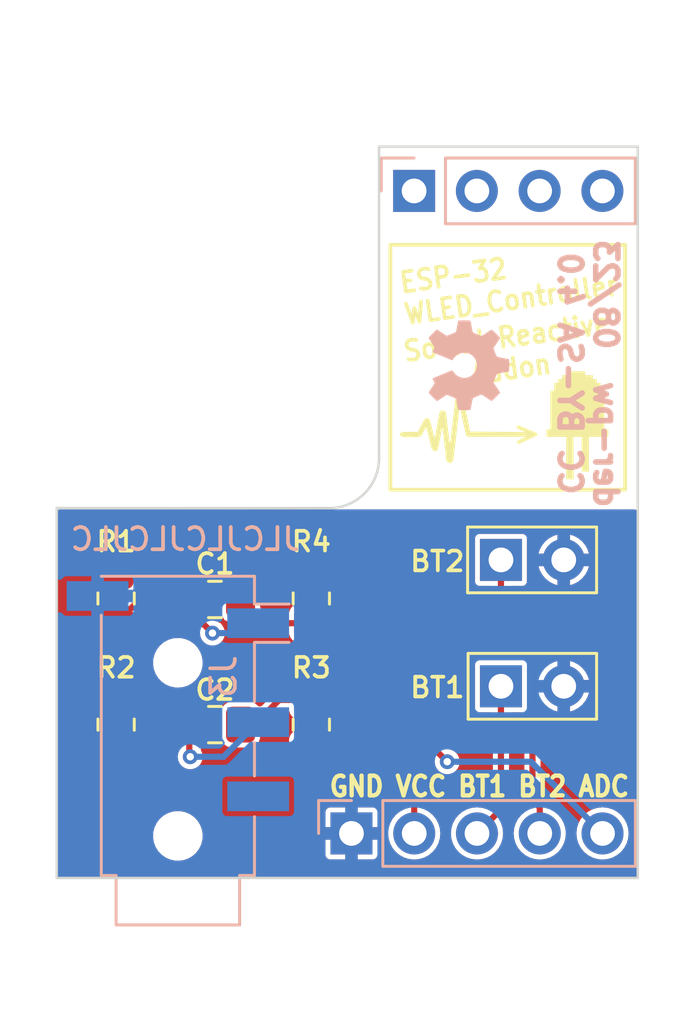
<source format=kicad_pcb>
(kicad_pcb (version 20221018) (generator pcbnew)
  (title_block (comment 4 "AISLER Project ID: BIXDAPTO"))
  (layers (0 "F.Cu" signal) (31 "B.Cu" signal) (34 "B.Paste" user) (35 "F.Paste" user) (36 "B.SilkS" user "B.Silkscreen") (37 "F.SilkS" user "F.Silkscreen") (38 "B.Mask" user) (39 "F.Mask" user) (44 "Edge.Cuts" user))
  (net 0 "")
  (net 1 "CH1")
  (net 2 "ADC")
  (net 3 "CH2")
  (net 4 "+3V3")
  (net 5 "GND")
  (net 6 "BTN1")
  (net 7 "BTN2")
  (footprint "Capacitor_SMD:C_0805_2012Metric_Pad1.18x1.45mm_HandSolder" (layer "F.Cu") (at 137.5 103.14)
    (fp_text reference "C1" (at 0 -1.44) (layer "F.SilkS") (effects (font (size 0.8 0.8))))
    (fp_text value "100nF")
    (fp_line (start -0.261252 -0.735) (end 0.261252 -0.735) (stroke (width 0.12)) (layer "F.SilkS"))
    (fp_line (start -0.261252 0.735) (end 0.261252 0.735) (stroke (width 0.12)) (layer "F.SilkS"))
    (pad "1" smd roundrect (at -1.0375 0) (size 1.175 1.45) (layers "F.Cu" "F.Paste" "F.Mask") (roundrect_rratio 0.2127659574) (net 1 "CH1"))
    (pad "2" smd roundrect (at 1.0375 0) (size 1.175 1.45) (layers "F.Cu" "F.Paste" "F.Mask") (roundrect_rratio 0.2127659574) (net 2 "ADC"))
  )
  (footprint "LOGO" (layer "F.Cu") (at 147.597693 96.361636)
    (fp_text reference "G***" hide)
    (fp_text value "LOGO" hide)
    (fp_poly (pts (xy -0.130571 -1.566746) (xy -0.11068 -1.549743) (xy -0.096518 -1.522458) (xy -0.078124 -1.466243) (xy -0.055005 -1.379082) (xy -0.026672 -1.258962) (xy 0.007367 -1.103866) (xy 0.047603 -0.91178) (xy 0.062255 -0.840274) (xy 0.095406 -0.677852) (xy 0.126681 -0.52485) (xy 0.154995 -0.386555) (xy 0.179263 -0.268258) (xy 0.198401 -0.175245) (xy 0.211325 -0.112807) (xy 0.215997 -0.090571) (xy 0.23325 -0.010064) (xy 1.540595 0) (xy 1.766769 0.001983) (xy 1.981308 0.004332) (xy 2.180782 0.00698) (xy 2.361762 0.009859) (xy 2.520817 0.012901) (xy 2.654519 0.016039) (xy 2.759438 0.019204) (xy 2.832143 0.022328) (xy 2.869206 0.025345) (xy 2.873098 0.026346) (xy 2.892741 0.059343) (xy 2.897162 0.110019) (xy 2.886232 0.158738) (xy 2.874104 0.177116) (xy 2.859242 0.182129) (xy 2.823951 0.186465) (xy 2.766088 0.190163) (xy 2.683508 0.193258) (xy 2.574066 0.195788) (xy 2.435617 0.19779) (xy 2.266017 0.199301) (xy 2.06312 0.200358) (xy 1.824783 0.200998) (xy 1.548861 0.201258) (xy 1.475757 0.201268) (xy 0.101562 0.201268) (xy 0.073591 0.155982) (xy 0.062166 0.124571) (xy 0.044383 0.0594) (xy 0.021601 -0.033783) (xy -0.004822 -0.149228) (xy -0.033525 -0.281189) (xy -0.060852 -0.412599) (xy -0.089444 -0.552201) (xy -0.115651 -0.678397) (xy -0.138356 -0.785947) (xy -0.156441 -0.869613) (xy -0.168788 -0.924154) (xy -0.174233 -0.944282) (xy -0.181732 -0.94883) (xy -0.189203 -0.941825) (xy -0.197103 -0.920207) (xy -0.205892 -0.880918) (xy -0.216025 -0.820899) (xy -0.227962 -0.73709) (xy -0.242159 -0.626434) (xy -0.259076 -0.48587) (xy -0.279168 -0.31234) (xy -0.302896 -0.102785) (xy -0.311043 -0.03019) (xy -0.338892 0.217913) (xy -0.362758 0.429135) (xy -0.383072 0.606604) (xy -0.400264 0.75345) (xy -0.414765 0.8728) (xy -0.427005 0.967785) (xy -0.437415 1.041534) (xy -0.446426 1.097175) (xy -0.454468 1.137837) (xy -0.461971 1.16665) (xy -0.469367 1.186743) (xy -0.477085 1.201244) (xy -0.481364 1.207607) (xy -0.535232 1.252918) (xy -0.600893 1.265029) (xy -0.666123 1.243041) (xy -0.690895 1.222979) (xy -0.716812 1.189838) (xy -0.733963 1.145889) (xy -0.745566 1.08023) (xy -0.752114 1.015429) (xy -0.760629 0.925771) (xy -0.772515 0.813242) (xy -0.785928 0.694887) (xy -0.794465 0.62393) (xy -0.808355 0.511045) (xy -0.824933 0.375351) (xy -0.842108 0.23401) (xy -0.857619 0.105589) (xy -0.870345 0.004421) (xy -0.88203 -0.080038) (xy -0.891647 -0.140966) (xy -0.898167 -0.171543) (xy -0.899717 -0.173712) (xy -0.905274 -0.152553) (xy -0.916627 -0.097504) (xy -0.932674 -0.014334) (xy -0.952313 0.091189) (xy -0.974442 0.213297) (xy -0.985165 0.273513) (xy -1.011591 0.420283) (xy -1.033016 0.532402) (xy -1.050751 0.614973) (xy -1.066107 0.6731) (xy -1.080396 0.711886) (xy -1.094929 0.736435) (xy -1.107358 0.749049) (xy -1.172233 0.781711) (xy -1.234794 0.777143) (xy -1.290585 0.738308) (xy -1.335146 0.668174) (xy -1.362209 0.579505) (xy -1.379645 0.494926) (xy -1.401871 0.39435) (xy -1.427195 0.28464) (xy -1.453927 0.17266) (xy -1.480374 0.065273) (xy -1.504844 -0.030658) (xy -1.525647 -0.10827) (xy -1.54109 -0.160701) (xy -1.549482 -0.181086) (xy -1.549698 -0.181141) (xy -1.563283 -0.164295) (xy -1.58942 -0.119205) (xy -1.623511 -0.054045) (xy -1.640793 -0.019183) (xy -1.680369 0.061532) (xy -1.713457 0.120807) (xy -1.747024 0.16209) (xy -1.788034 0.188829) (xy -1.84345 0.204472) (xy -1.920238 0.212467) (xy -2.025362 0.216262) (xy -2.120444 0.218286) (xy -2.271197 0.220283) (xy -2.386743 0.218433) (xy -2.472015 0.21189) (xy -2.531948 0.199807) (xy -2.571475 0.18134) (xy -2.595531 0.155641) (xy -2.60502 0.135196) (xy -2.612548 0.08557) (xy -2.58929 0.043607) (xy -2.586843 0.040863) (xy -2.570344 0.025611) (xy -2.548529 0.014697) (xy -2.514969 0.007403) (xy -2.463238 0.00301) (xy -2.386908 0.000799) (xy -2.279554 0.000051) (xy -2.221475 0) (xy -1.893087 0) (xy -1.756646 -0.265842) (xy -1.694207 -0.383814) (xy -1.643591 -0.468541) (xy -1.600702 -0.523749) (xy -1.561444 -0.553164) (xy -1.521721 -0.560513) (xy -1.477435 -0.549521) (xy -1.455441 -0.539831) (xy -1.436859 -0.529508) (xy -1.420847 -0.515033) (xy -1.405917 -0.491864) (xy -1.390579 -0.455462) (xy -1.373344 -0.401284) (xy -1.352723 -0.324791) (xy -1.327227 -0.221441) (xy -1.295366 -0.086693) (xy -1.267278 0.033916) (xy -1.246476 0.117224) (xy -1.227392 0.182485) (xy -1.212455 0.222) (xy -1.205324 0.230047) (xy -1.193652 0.206374) (xy -1.181457 0.157527) (xy -1.177637 0.13575) (xy -1.150535 -0.032963) (xy -1.122673 -0.197774) (xy -1.095028 -0.35359) (xy -1.068581 -0.495318) (xy -1.044308 -0.617866) (xy -1.02319 -0.71614) (xy -1.006205 -0.785049) (xy -0.994331 -0.8195) (xy -0.993927 -0.820167) (xy -0.951322 -0.853902) (xy -0.89016 -0.866879) (xy -0.82675 -0.858451) (xy -0.77804 -0.828688) (xy -0.767749 -0.8157) (xy -0.758835 -0.798538) (xy -0.750567 -0.772699) (xy -0.742212 -0.73368) (xy -0.73304 -0.67698) (xy -0.722317 -0.598096) (xy -0.709312 -0.492527) (xy -0.693294 -0.355768) (xy -0.674431 -0.191205) (xy -0.653814 -0.011314) (xy -0.637054 0.13208) (xy -0.623567 0.242489) (xy -0.612767 0.323423) (xy -0.604069 0.378394) (xy -0.596887 0.410913) (xy -0.590635 0.42449) (xy -0.58473 0.422638) (xy -0.578584 0.408866) (xy -0.575795 0.400385) (xy -0.57146 0.374211) (xy -0.563263 0.312987) (xy -0.551809 0.221666) (xy -0.5377 0.105203) (xy -0.52154 -0.031448) (xy -0.503934 -0.183332) (xy -0.492692 -0.281775) (xy -0.463984 -0.534077) (xy -0.439291 -0.749431) (xy -0.418177 -0.930892) (xy -0.400205 -1.081519) (xy -0.384939 -1.20437) (xy -0.371943 -1.302502) (xy -0.360781 -1.378972) (xy -0.351015 -1.436838) (xy -0.34221 -1.479157) (xy -0.333928 -1.508987) (xy -0.325735 -1.529385) (xy -0.317192 -1.543409) (xy -0.311659 -1.550101) (xy -0.257855 -1.582763) (xy -0.191703 -1.588301)) (fill solid) (layer "F.SilkS"))
  )
  (footprint "Connector_PinHeader_2.54mm:PinHeader_1x02_P2.54mm_Vertical" (layer "F.Cu") (at 149.075 101.54 90)
    (fp_text reference "J2" hide)
    (fp_text value "Conn_01x02_Female")
    (fp_line (start -1.33 -1.35) (end -1.33 3.87) (stroke (width 0.12)) (layer "F.SilkS"))
    (fp_line (start -1.33 -1.35) (end 1.33 -1.35) (stroke (width 0.12)) (layer "F.SilkS"))
    (fp_line (start -1.33 3.87) (end 1.33 3.87) (stroke (width 0.12)) (layer "F.SilkS"))
    (fp_line (start 1.33 -1.35) (end 1.33 3.87) (stroke (width 0.12)) (layer "F.SilkS"))
    (pad "1" thru_hole rect (at 0 0 90) (size 1.7 1.7) (drill 1) (layers "*.Cu" "*.Mask") (net 7 "BTN2"))
    (pad "2" thru_hole oval (at 0 2.54 90) (size 1.7 1.7) (drill 1) (layers "*.Cu" "*.Mask") (net 5 "GND"))
  )
  (footprint "Resistor_SMD:R_0805_2012Metric_Pad1.20x1.40mm_HandSolder" (layer "F.Cu") (at 141.4 103.1 90)
    (fp_text reference "R4" (at 2.3 0 180) (layer "F.SilkS") (effects (font (size 0.8 0.8))))
    (fp_text value "1M")
    (fp_line (start -0.227064 -0.735) (end 0.227064 -0.735) (stroke (width 0.12)) (layer "F.SilkS"))
    (fp_line (start -0.227064 0.735) (end 0.227064 0.735) (stroke (width 0.12)) (layer "F.SilkS"))
    (pad "1" smd roundrect (at -1 0 90) (size 1.2 1.4) (layers "F.Cu" "F.Paste" "F.Mask") (roundrect_rratio 0.2083333333) (net 2 "ADC"))
    (pad "2" smd roundrect (at 1 0 90) (size 1.2 1.4) (layers "F.Cu" "F.Paste" "F.Mask") (roundrect_rratio 0.2083333333) (net 5 "GND"))
  )
  (footprint "Resistor_SMD:R_0805_2012Metric_Pad1.20x1.40mm_HandSolder" (layer "F.Cu") (at 141.4 108.2 90)
    (fp_text reference "R3" (at 2.3 0 180) (layer "F.SilkS") (effects (font (size 0.8 0.8))))
    (fp_text value "1M")
    (fp_line (start -0.227064 -0.735) (end 0.227064 -0.735) (stroke (width 0.12)) (layer "F.SilkS"))
    (fp_line (start -0.227064 0.735) (end 0.227064 0.735) (stroke (width 0.12)) (layer "F.SilkS"))
    (pad "1" smd roundrect (at -1 0 90) (size 1.2 1.4) (layers "F.Cu" "F.Paste" "F.Mask") (roundrect_rratio 0.2083333333) (net 4 "+3V3"))
    (pad "2" smd roundrect (at 1 0 90) (size 1.2 1.4) (layers "F.Cu" "F.Paste" "F.Mask") (roundrect_rratio 0.2083333333) (net 2 "ADC"))
  )
  (footprint "Resistor_SMD:R_0805_2012Metric_Pad1.20x1.40mm_HandSolder" (layer "F.Cu") (at 133.5 108.2 -90)
    (fp_text reference "R2" (at -2.3 0 -180) (layer "F.SilkS") (effects (font (size 0.8 0.8))))
    (fp_text value "680R")
    (fp_line (start -0.227064 -0.735) (end 0.227064 -0.735) (stroke (width 0.12)) (layer "F.SilkS"))
    (fp_line (start -0.227064 0.735) (end 0.227064 0.735) (stroke (width 0.12)) (layer "F.SilkS"))
    (pad "1" smd roundrect (at -1 0 270) (size 1.2 1.4) (layers "F.Cu" "F.Paste" "F.Mask") (roundrect_rratio 0.2083333333) (net 3 "CH2"))
    (pad "2" smd roundrect (at 1 0 270) (size 1.2 1.4) (layers "F.Cu" "F.Paste" "F.Mask") (roundrect_rratio 0.2083333333) (net 5 "GND"))
  )
  (footprint "Connector_PinHeader_2.54mm:PinHeader_1x02_P2.54mm_Vertical" (layer "F.Cu") (at 149.075 106.65 90)
    (fp_text reference "J4" hide)
    (fp_text value "Conn_01x02_Female")
    (fp_line (start -1.33 -1.33) (end -1.33 3.87) (stroke (width 0.12)) (layer "F.SilkS"))
    (fp_line (start -1.33 -1.33) (end 1.33 -1.33) (stroke (width 0.12)) (layer "F.SilkS"))
    (fp_line (start -1.33 3.87) (end 1.33 3.87) (stroke (width 0.12)) (layer "F.SilkS"))
    (fp_line (start 1.33 -1.33) (end 1.33 3.87) (stroke (width 0.12)) (layer "F.SilkS"))
    (pad "1" thru_hole rect (at 0 0 90) (size 1.7 1.7) (drill 1) (layers "*.Cu" "*.Mask") (net 6 "BTN1"))
    (pad "2" thru_hole oval (at 0 2.54 90) (size 1.7 1.7) (drill 1) (layers "*.Cu" "*.Mask") (net 5 "GND"))
  )
  (footprint "LOGO" (layer "F.Cu") (at 152.17 96.1)
    (fp_text reference "G***" hide)
    (fp_text value "LOGO" hide)
    (fp_poly (pts (xy 0.312615 -2.032) (xy 0.62523 -2.032) (xy 0.62523 -1.875693) (xy 0.781538 -1.875693) (xy 0.781538 -1.719385) (xy 0.937846 -1.719385) (xy 0.937846 -1.40677) (xy 1.094153 -1.40677) (xy 1.094153 0.156307) (xy 1.250461 0.156307) (xy 1.250461 0.468923) (xy 0.85725 0.468921) (xy 0.464038 0.468919) (xy 0.467399 1.172306) (xy 0.470759 1.875692) (xy 0.428322 1.875647) (xy 0.400826 1.875057) (xy 0.359996 1.873498) (xy 0.311997 1.871228) (xy 0.27598 1.86927) (xy 0.166077 1.862937) (xy 0.166077 0.468923) (xy 0.002442 0.468921) (xy -0.161193 0.468918) (xy -0.157966 1.328613) (xy -0.15474 2.188307) (xy -0.231236 2.186341) (xy -0.282547 2.184816) (xy -0.339583 2.182814) (xy -0.383443 2.181046) (xy -0.459154 2.177716) (xy -0.459154 0.468923) (xy -1.250462 0.468923) (xy -1.250462 0.156307) (xy -1.094154 0.156307) (xy -1.094154 -1.40677) (xy -0.937847 -1.40677) (xy -0.937847 -1.719385) (xy -0.781539 -1.719385) (xy -0.781539 -1.875693) (xy -0.625231 -1.875693) (xy -0.625231 -2.032) (xy -0.312616 -2.032) (xy -0.312616 -2.188308) (xy 0.312615 -2.188308)) (fill solid) (layer "F.SilkS"))
  )
  (footprint "Resistor_SMD:R_0805_2012Metric_Pad1.20x1.40mm_HandSolder" (layer "F.Cu") (at 133.5 103.1 90)
    (fp_text reference "R1" (at 2.3 0 180) (layer "F.SilkS") (effects (font (size 0.8 0.8))))
    (fp_text value "680R")
    (fp_line (start -0.227064 -0.735) (end 0.227064 -0.735) (stroke (width 0.12)) (layer "F.SilkS"))
    (fp_line (start -0.227064 0.735) (end 0.227064 0.735) (stroke (width 0.12)) (layer "F.SilkS"))
    (pad "1" smd roundrect (at -1 0 90) (size 1.2 1.4) (layers "F.Cu" "F.Paste" "F.Mask") (roundrect_rratio 0.2083333333) (net 1 "CH1"))
    (pad "2" smd roundrect (at 1 0 90) (size 1.2 1.4) (layers "F.Cu" "F.Paste" "F.Mask") (roundrect_rratio 0.2083333333) (net 5 "GND"))
  )
  (footprint "Capacitor_SMD:C_0805_2012Metric_Pad1.18x1.45mm_HandSolder" (layer "F.Cu") (at 137.5 108.2 180)
    (fp_text reference "C2" (at 0 1.4) (layer "F.SilkS") (effects (font (size 0.8 0.8))))
    (fp_text value "100nF")
    (fp_line (start -0.261252 -0.735) (end 0.261252 -0.735) (stroke (width 0.12)) (layer "F.SilkS"))
    (fp_line (start -0.261252 0.735) (end 0.261252 0.735) (stroke (width 0.12)) (layer "F.SilkS"))
    (pad "1" smd roundrect (at -1.0375 0 180) (size 1.175 1.45) (layers "F.Cu" "F.Paste" "F.Mask") (roundrect_rratio 0.2127659574) (net 2 "ADC"))
    (pad "2" smd roundrect (at 1.0375 0 180) (size 1.175 1.45) (layers "F.Cu" "F.Paste" "F.Mask") (roundrect_rratio 0.2127659574) (net 3 "CH2"))
  )
  (footprint "Connector_PinHeader_2.54mm:PinHeader_1x04_P2.54mm_Vertical" (layer "B.Cu") (at 145.56 86.62 -90)
    (fp_text reference "J5" hide)
    (fp_text value "Conn_01x04_Female")
    (fp_line (start -1.33 -8.95) (end 1.33 -8.95) (stroke (width 0.12)) (layer "B.SilkS"))
    (fp_line (start -1.33 -1.27) (end -1.33 -8.95) (stroke (width 0.12)) (layer "B.SilkS"))
    (fp_line (start -1.33 -1.27) (end 1.33 -1.27) (stroke (width 0.12)) (layer "B.SilkS"))
    (fp_line (start -1.33 0) (end -1.33 1.33) (stroke (width 0.12)) (layer "B.SilkS"))
    (fp_line (start -1.33 1.33) (end 0 1.33) (stroke (width 0.12)) (layer "B.SilkS"))
    (fp_line (start 1.33 -1.27) (end 1.33 -8.95) (stroke (width 0.12)) (layer "B.SilkS"))
    (pad "1" thru_hole rect (at 0 0 270) (size 1.7 1.7) (drill 1) (layers "*.Cu" "*.Mask"))
    (pad "2" thru_hole oval (at 0 -2.54 270) (size 1.7 1.7) (drill 1) (layers "*.Cu" "*.Mask"))
    (pad "3" thru_hole oval (at 0 -5.08 270) (size 1.7 1.7) (drill 1) (layers "*.Cu" "*.Mask"))
    (pad "4" thru_hole oval (at 0 -7.62 270) (size 1.7 1.7) (drill 1) (layers "*.Cu" "*.Mask"))
  )
  (footprint "Connector_Audio:Jack_3.5mm_PJ320D_Horizontal" (layer "B.Cu") (at 136 107.925 90)
    (fp_text reference "J3" (at 1.67 1.85 90) (layer "B.SilkS") (effects (justify mirror)))
    (fp_text value "AudioJack4")
    (fp_line (start -8.375 2.5) (end -8.375 -2.5) (stroke (width 0.12)) (layer "B.SilkS"))
    (fp_line (start -6.375 -2.5) (end -8.375 -2.5) (stroke (width 0.12)) (layer "B.SilkS"))
    (fp_line (start -6.375 -2.5) (end -6.375 -3.1) (stroke (width 0.12)) (layer "B.SilkS"))
    (fp_line (start -6.375 2.5) (end -8.375 2.5) (stroke (width 0.12)) (layer "B.SilkS"))
    (fp_line (start -6.375 3.1) (end -6.375 2.5) (stroke (width 0.12)) (layer "B.SilkS"))
    (fp_line (start -6.375 3.1) (end -4 3.1) (stroke (width 0.12)) (layer "B.SilkS"))
    (fp_line (start -2.35 3.1) (end -1 3.1) (stroke (width 0.12)) (layer "B.SilkS"))
    (fp_line (start 0.65 3.1) (end 3.05 3.1) (stroke (width 0.12)) (layer "B.SilkS"))
    (fp_line (start 3.05 3.1) (end 3.05 4.5) (stroke (width 0.12)) (layer "B.SilkS"))
    (fp_line (start 4.15 -3.1) (end -6.375 -3.1) (stroke (width 0.12)) (layer "B.SilkS"))
    (fp_line (start 4.6 3.1) (end 4.6 4.5) (stroke (width 0.12)) (layer "B.SilkS"))
    (fp_line (start 4.6 3.1) (end 5.725 3.1) (stroke (width 0.12)) (layer "B.SilkS"))
    (fp_line (start 5.725 -3.1) (end 5.725 3.1) (stroke (width 0.12)) (layer "B.SilkS"))
    (pad "" np_thru_hole circle (at -4.775 0 90) (size 1.5 1.5) (drill 1.5) (layers "*.Cu" "*.Mask"))
    (pad "" np_thru_hole circle (at 2.225 0 90) (size 1.5 1.5) (drill 1.5) (layers "*.Cu" "*.Mask"))
    (pad "R1" smd rect (at -0.175 3.25 90) (size 1.2 2.5) (layers "B.Cu" "B.Paste" "B.Mask") (net 3 "CH2"))
    (pad "R2" smd rect (at -3.175 3.25 90) (size 1.2 2.5) (layers "B.Cu" "B.Paste" "B.Mask"))
    (pad "S" smd rect (at 4.925 -3.25 90) (size 1.2 2.5) (layers "B.Cu" "B.Paste" "B.Mask") (net 5 "GND"))
    (pad "T" smd rect (at 3.825 3.25 90) (size 1.2 2.5) (layers "B.Cu" "B.Paste" "B.Mask") (net 1 "CH1"))
  )
  (footprint "Connector_PinHeader_2.54mm:PinHeader_1x05_P2.54mm_Vertical" (layer "B.Cu") (at 143.025 112.6 -90)
    (fp_text reference "J1" hide)
    (fp_text value "Conn_01x05_Female")
    (fp_line (start -1.33 -11.49) (end 1.33 -11.49) (stroke (width 0.12)) (layer "B.SilkS"))
    (fp_line (start -1.33 -1.27) (end -1.33 -11.49) (stroke (width 0.12)) (layer "B.SilkS"))
    (fp_line (start -1.33 -1.27) (end 1.33 -1.27) (stroke (width 0.12)) (layer "B.SilkS"))
    (fp_line (start -1.33 0) (end -1.33 1.33) (stroke (width 0.12)) (layer "B.SilkS"))
    (fp_line (start -1.33 1.33) (end 0 1.33) (stroke (width 0.12)) (layer "B.SilkS"))
    (fp_line (start 1.33 -1.27) (end 1.33 -11.49) (stroke (width 0.12)) (layer "B.SilkS"))
    (pad "1" thru_hole rect (at 0 0 270) (size 1.7 1.7) (drill 1) (layers "*.Cu" "*.Mask") (net 5 "GND"))
    (pad "2" thru_hole oval (at 0 -2.54 270) (size 1.7 1.7) (drill 1) (layers "*.Cu" "*.Mask") (net 4 "+3V3"))
    (pad "3" thru_hole oval (at 0 -5.08 270) (size 1.7 1.7) (drill 1) (layers "*.Cu" "*.Mask") (net 6 "BTN1"))
    (pad "4" thru_hole oval (at 0 -7.62 270) (size 1.7 1.7) (drill 1) (layers "*.Cu" "*.Mask") (net 7 "BTN2"))
    (pad "5" thru_hole oval (at 0 -10.16 270) (size 1.7 1.7) (drill 1) (layers "*.Cu" "*.Mask") (net 2 "ADC"))
  )
  (gr_poly (pts (xy 149.408611 93.689486) (xy 149.405588 93.91628) (xy 149.359414 93.92768) (xy 149.346156 93.930684) (xy 149.326091 93.934875) (xy 149.269497 93.946054) (xy 149.197544 93.959688) (xy 149.118144 93.97425) (xy 149.041507 93.988805) (xy 148.977076 94.002425) (xy 148.951552 94.008408) (xy 148.931616 94.013585) (xy 148.918114 94.017767) (xy 148.914039 94.019425) (xy 148.91189 94.020762) (xy 148.908193 94.026544) (xy 148.902209 94.038334) (xy 148.884775 94.07654) (xy 148.862376 94.128585) (xy 148.837799 94.187675) (xy 148.813832 94.247013) (xy 148.793262 94.299805) (xy 148.778875 94.339256) (xy 148.774872 94.351855) (xy 148.77346 94.35857) (xy 148.773594 94.359413) (xy 148.77399 94.360631) (xy 148.775545 94.36415) (xy 148.778072 94.369045) (xy 148.781519 94.375233) (xy 148.790964 94.391154) (xy 148.80346 94.411252) (xy 148.818589 94.434863) (xy 148.83593 94.461324) (xy 148.855065 94.489972) (xy 148.875574 94.520144) (xy 149.010678 94.717387) (xy 149.017305 94.727293) (xy 149.023487 94.736916) (xy 149.029089 94.746019) (xy 149.033977 94.754364) (xy 149.038014 94.761712) (xy 149.041065 94.767826) (xy 149.042178 94.770345) (xy 149.042995 94.772466) (xy 149.043497 94.77416) (xy 149.043668 94.775396) (xy 149.043448 94.776111) (xy 149.042797 94.777252) (xy 149.040241 94.780763) (xy 149.036086 94.785839) (xy 149.030418 94.792388) (xy 149.014887 94.809544) (xy 148.994338 94.831502) (xy 148.969459 94.857536) (xy 148.940938 94.886917) (xy 148.909464 94.918918) (xy 148.875726 94.952812) (xy 148.832602 94.995594) (xy 148.796121 95.031136) (xy 148.765804 95.059858) (xy 148.741174 95.082179) (xy 148.721751 95.098518) (xy 148.713842 95.104576) (xy 148.707057 95.109297) (xy 148.701334 95.112731) (xy 148.696614 95.114933) (xy 148.692837 95.115954) (xy 148.689943 95.115846) (xy 148.68719 95.114687) (xy 148.682629 95.112272) (xy 148.668503 95.103946) (xy 148.648398 95.091403) (xy 148.623151 95.07518) (xy 148.593596 95.055812) (xy 148.560569 95.033834) (xy 148.524904 95.009781) (xy 148.487438 94.98419) (xy 148.414544 94.934898) (xy 148.35255 94.894532) (xy 148.327693 94.878998) (xy 148.308024 94.867258) (xy 148.294364 94.859832) (xy 148.290044 94.8579) (xy 148.287534 94.857241) (xy 148.281039 94.858732) (xy 148.268382 94.862956) (xy 148.228121 94.878132) (xy 148.173833 94.899811) (xy 148.112603 94.925038) (xy 148.051513 94.950858) (xy 147.997647 94.974313) (xy 147.958087 94.992449) (xy 147.945886 94.998598) (xy 147.939917 95.002308) (xy 147.938855 95.004266) (xy 147.937388 95.008462) (xy 147.933344 95.023087) (xy 147.928001 95.04523) (xy 147.921574 95.073933) (xy 147.914278 95.108242) (xy 147.906329 95.1472) (xy 147.897941 95.189853) (xy 147.889329 95.235245) (xy 147.858134 95.397818) (xy 147.847619 95.450032) (xy 147.84252 95.472483) (xy 147.842019 95.473327) (xy 147.841186 95.474134) (xy 147.84001 95.474905) (xy 147.838476 95.475641) (xy 147.836572 95.476343) (xy 147.834285 95.47701) (xy 147.828508 95.478247) (xy 147.821042 95.479355) (xy 147.811781 95.480341) (xy 147.800622 95.481208) (xy 147.78746 95.481963) (xy 147.772191 95.48261) (xy 147.75471 95.483155) (xy 147.734913 95.483602) (xy 147.712695 95.483956) (xy 147.660581 95.484407) (xy 147.597531 95.484548) (xy 147.48321 95.483935) (xy 147.440893 95.483115) (xy 147.40747 95.481906) (xy 147.382188 95.480274) (xy 147.364296 95.478183) (xy 147.353042 95.475598) (xy 147.349669 95.474109) (xy 147.347674 95.472483) (xy 147.346533 95.470205) (xy 147.345055 95.465927) (xy 147.34118 95.451813) (xy 147.336238 95.431021) (xy 147.330419 95.404434) (xy 147.323913 95.372932) (xy 147.316909 95.337396) (xy 147.309597 95.298709) (xy 147.302165 95.25775) (xy 147.287362 95.177223) (xy 147.273496 95.107783) (xy 147.262165 95.056845) (xy 147.257948 95.04063) (xy 147.254964 95.031821) (xy 147.254048 95.030107) (xy 147.252936 95.028375) (xy 147.251618 95.026618) (xy 147.25008 95.024831) (xy 147.248311 95.023007) (xy 147.246299 95.021141) (xy 147.244033 95.019227) (xy 147.2415 95.017258) (xy 147.238689 95.015229) (xy 147.235588 95.013134) (xy 147.232185 95.010967) (xy 147.228469 95.008721) (xy 147.220048 95.003971) (xy 147.21023 94.998837) (xy 147.198922 94.993271) (xy 147.186029 94.987225) (xy 147.171456 94.980652) (xy 147.155109 94.973503) (xy 147.136893 94.965731) (xy 147.116714 94.957287) (xy 147.094477 94.948126) (xy 147.070088 94.938198) (xy 147.001637 94.910841) (xy 146.943685 94.888367) (xy 146.902346 94.8731) (xy 146.889816 94.868896) (xy 146.883731 94.867365) (xy 146.882843 94.867505) (xy 146.88149 94.867968) (xy 146.877442 94.869831) (xy 146.871687 94.87289) (xy 146.864326 94.877081) (xy 146.84519 94.888604) (xy 146.82084 94.903886) (xy 146.792079 94.922414) (xy 146.759715 94.943677) (xy 146.724552 94.967161) (xy 146.687395 94.992354) (xy 146.614801 95.041068) (xy 146.582099 95.062374) (xy 146.552889 95.080961) (xy 146.52799 95.096313) (xy 146.508223 95.107915) (xy 146.49441 95.115254) (xy 146.489992 95.117164) (xy 146.48737 95.117815) (xy 146.486307 95.117596) (xy 146.484825 95.116944) (xy 146.480655 95.114387) (xy 146.474952 95.110232) (xy 146.467811 95.104563) (xy 146.459326 95.097467) (xy 146.44959 95.089031) (xy 146.426739 95.06848) (xy 146.400009 95.043599) (xy 146.370149 95.015076) (xy 146.337908 94.983602) (xy 146.304036 94.949864) (xy 146.25218 94.89754) (xy 146.212503 94.856951) (xy 146.183549 94.826319) (xy 146.172637 94.814181) (xy 146.16386 94.803866) (xy 146.157036 94.795152) (xy 146.151982 94.787817) (xy 146.148517 94.781638) (xy 146.146457 94.776393) (xy 146.145623 94.77186) (xy 146.14583 94.767817) (xy 146.146897 94.764042) (xy 146.148643 94.760313) (xy 146.153305 94.752574) (xy 146.162183 94.738783) (xy 146.190511 94.696135) (xy 146.229482 94.638541) (xy 146.274947 94.572175) (xy 146.319501 94.506378) (xy 146.338989 94.476766) (xy 146.355989 94.450336) (xy 146.370032 94.427828) (xy 146.380645 94.409985) (xy 146.387359 94.397548) (xy 146.389106 94.393589) (xy 146.389701 94.39126) (xy 146.389471 94.389363) (xy 146.388796 94.386675) (xy 146.3877 94.383246) (xy 146.386205 94.379127) (xy 146.384335 94.374366) (xy 146.382113 94.369015) (xy 146.376703 94.356737) (xy 146.37016 94.342693) (xy 146.36267 94.327281) (xy 146.354416 94.3109) (xy 146.345584 94.293948) (xy 146.336853 94.27711) (xy 146.32891 94.261058) (xy 146.321918 94.246165) (xy 146.316037 94.23281) (xy 146.311432 94.221367) (xy 146.308262 94.212212) (xy 146.307266 94.20861) (xy 146.306691 94.205722) (xy 146.306555 94.203593) (xy 146.306879 94.202272) (xy 146.307322 94.201758) (xy 146.308077 94.20112) (xy 146.310492 94.199486) (xy 146.31406 94.1974) (xy 146.318715 94.194894) (xy 146.33102 94.188741) (xy 146.346884 94.181269) (xy 146.365781 94.172721) (xy 146.387187 94.16334) (xy 146.410575 94.153369) (xy 146.435421 94.14305) (xy 146.822922 93.982716) (xy 146.92653 93.94006) (xy 147.013222 93.905127) (xy 147.073919 93.881524) (xy 147.091682 93.875097) (xy 147.09954 93.872855) (xy 147.100217 93.872934) (xy 147.100998 93.873169) (xy 147.10188 93.873555) (xy 147.102858 93.874089) (xy 147.10393 93.874767) (xy 147.105092 93.875586) (xy 147.107669 93.877627) (xy 147.110562 93.880182) (xy 147.113742 93.88322) (xy 147.11718 93.886709) (xy 147.120847 93.890619) (xy 147.124714 93.894919) (xy 147.128752 93.899578) (xy 147.132933 93.904564) (xy 147.137228 93.909847) (xy 147.141607 93.915396) (xy 147.146043 93.921179) (xy 147.150506 93.927166) (xy 147.154967 93.933325) (xy 147.170488 93.954571) (xy 147.185783 93.974445) (xy 147.200939 93.993019) (xy 147.216046 94.010365) (xy 147.231193 94.026551) (xy 147.246471 94.041651) (xy 147.261967 94.055733) (xy 147.277771 94.06887) (xy 147.293973 94.081132) (xy 147.310662 94.09259) (xy 147.327927 94.103315) (xy 147.345858 94.113378) (xy 147.364543 94.122849) (xy 147.384073 94.1318) (xy 147.404536 94.140301) (xy 147.426021 94.148424) (xy 147.450279 94.156554) (xy 147.474491 94.163397) (xy 147.498667 94.168955) (xy 147.522817 94.173225) (xy 147.546949 94.176207) (xy 147.571074 94.177901) (xy 147.5952 94.178305) (xy 147.619337 94.177421) (xy 147.643494 94.175245) (xy 147.667681 94.171779) (xy 147.691907 94.167022) (xy 147.716181 94.160972) (xy 147.740512 94.15363) (xy 147.764911 94.144994) (xy 147.789385 94.135064) (xy 147.813946 94.12384) (xy 147.829784 94.115831) (xy 147.845274 94.107261) (xy 147.860407 94.098147) (xy 147.875171 94.088505) (xy 147.889558 94.078351) (xy 147.903556 94.067702) (xy 147.917156 94.056573) (xy 147.930348 94.044981) (xy 147.94312 94.032943) (xy 147.955464 94.020474) (xy 147.967368 94.007591) (xy 147.978823 93.99431) (xy 147.989819 93.980648) (xy 148.000345 93.96662) (xy 148.010391 93.952243) (xy 148.019946 93.937533) (xy 148.029002 93.922506) (xy 148.037547 93.907179) (xy 148.045572 93.891569) (xy 148.053066 93.87569) (xy 148.060018 93.85956) (xy 148.06642 93.843195) (xy 148.07226 93.82661) (xy 148.077529 93.809823) (xy 148.082216 93.79285) (xy 148.086311 93.775706) (xy 148.089804 93.758408) (xy 148.092685 93.740973) (xy 148.094943 93.723417) (xy 148.096569 93.705755) (xy 148.097551 93.688004) (xy 148.097881 93.670181) (xy 148.097446 93.649984) (xy 148.096152 93.629883) (xy 148.091054 93.590064) (xy 148.082725 93.550912) (xy 148.071304 93.512613) (xy 148.056925 93.475354) (xy 148.039728 93.439321) (xy 148.01985 93.404701) (xy 147.997427 93.371681) (xy 147.972596 93.340447) (xy 147.945496 93.311185) (xy 147.916264 93.284083) (xy 147.885036 93.259328) (xy 147.85195 93.237104) (xy 147.817143 93.2176) (xy 147.799137 93.208926) (xy 147.780753 93.201002) (xy 147.762007 93.193851) (xy 147.742916 93.187497) (xy 147.726515 93.182909) (xy 147.709089 93.178934) (xy 147.690786 93.17557) (xy 147.671752 93.172818) (xy 147.652133 93.170677) (xy 147.632075 93.169148) (xy 147.611724 93.168231) (xy 147.591227 93.167925) (xy 147.57073 93.168231) (xy 147.550379 93.169148) (xy 147.530321 93.170677) (xy 147.510702 93.172818) (xy 147.491668 93.17557) (xy 147.473365 93.178934) (xy 147.455939 93.182909) (xy 147.439538 93.187497) (xy 147.418858 93.194474) (xy 147.398351 93.202569) (xy 147.378043 93.211763) (xy 147.357959 93.222032) (xy 147.338126 93.233358) (xy 147.31857 93.245719) (xy 147.299317 93.259093) (xy 147.280394 93.273462) (xy 147.261827 93.288802) (xy 147.243642 93.305095) (xy 147.225865 93.322319) (xy 147.208522 93.340452) (xy 147.19164 93.359475) (xy 147.175245 93.379367) (xy 147.159363 93.400106) (xy 147.144021 93.421672) (xy 147.140762 93.426343) (xy 147.137463 93.430883) (xy 147.134148 93.435267) (xy 147.130839 93.439474) (xy 147.12756 93.443479) (xy 147.124332 93.447259) (xy 147.12118 93.450791) (xy 147.118125 93.45405) (xy 147.115192 93.457014) (xy 147.112402 93.459658) (xy 147.109779 93.461961) (xy 147.107345 93.463897) (xy 147.105124 93.465444) (xy 147.103138 93.466578) (xy 147.10141 93.467276) (xy 147.10065 93.467453) (xy 147.099964 93.467513) (xy 147.097955 93.467217) (xy 147.094589 93.466349) (xy 147.084095 93.463012) (xy 147.069103 93.457735) (xy 147.050233 93.450753) (xy 147.028108 93.442299) (xy 147.003349 93.432607) (xy 146.976576 93.421911) (xy 146.948411 93.410445) (xy 146.457745 93.207304) (xy 146.348344 93.160176) (xy 146.321394 93.147592) (xy 146.310568 93.141326) (xy 146.309967 93.140602) (xy 146.309467 93.139751) (xy 146.30907 93.138771) (xy 146.308775 93.137661) (xy 146.308584 93.136419) (xy 146.308498 93.135043) (xy 146.308517 93.133532) (xy 146.308641 93.131884) (xy 146.308872 93.130099) (xy 146.309209 93.128173) (xy 146.309655 93.126107) (xy 146.310208 93.123897) (xy 146.311644 93.119044) (xy 146.31352 93.113602) (xy 146.315844 93.107557) (xy 146.318619 93.100899) (xy 146.321853 93.093613) (xy 146.325549 93.085689) (xy 146.329713 93.077114) (xy 146.334351 93.067875) (xy 146.339469 93.057961) (xy 146.34507 93.047358) (xy 146.35402 93.030222) (xy 146.362377 93.013676) (xy 146.369955 92.998123) (xy 146.376571 92.983963) (xy 146.382038 92.9716) (xy 146.386172 92.961436) (xy 146.388788 92.953872) (xy 146.389469 92.951191) (xy 146.389701 92.949311) (xy 146.389552 92.948367) (xy 146.389108 92.947007) (xy 146.387369 92.94308) (xy 146.38454 92.937624) (xy 146.380682 92.930731) (xy 146.370112 92.913) (xy 146.356126 92.890626) (xy 146.339193 92.864347) (xy 146.319782 92.834899) (xy 146.298362 92.80302) (xy 146.275402 92.769449) (xy 146.230077 92.703329) (xy 146.191158 92.645779) (xy 146.162785 92.60298) (xy 146.153847 92.589043) (xy 146.149097 92.581111) (xy 146.14808 92.579123) (xy 146.147201 92.577175) (xy 146.146484 92.575239) (xy 146.145952 92.573284) (xy 146.145629 92.57128) (xy 146.145554 92.570251) (xy 146.14554 92.569199) (xy 146.145591 92.568119) (xy 146.145709 92.56701) (xy 146.145898 92.565865) (xy 146.14616 92.564683) (xy 146.146499 92.563459) (xy 146.146917 92.56219) (xy 146.148003 92.5595) (xy 146.149443 92.556583) (xy 146.151261 92.553411) (xy 146.153482 92.549953) (xy 146.156128 92.546179) (xy 146.159224 92.54206) (xy 146.162795 92.537567) (xy 146.166864 92.53267) (xy 146.171455 92.527338) (xy 146.176592 92.521543) (xy 146.1823 92.515254) (xy 146.188602 92.508442) (xy 146.195523 92.501077) (xy 146.211316 92.484571) (xy 146.229871 92.465499) (xy 146.251381 92.443622) (xy 146.276039 92.418703) (xy 146.304037 92.390505) (xy 146.303824 92.390521) (xy 146.33768 92.356783) (xy 146.369876 92.325309) (xy 146.399664 92.296788) (xy 146.426296 92.271907) (xy 146.449024 92.251356) (xy 146.467101 92.235824) (xy 146.479779 92.226) (xy 146.48386 92.223443) (xy 146.486311 92.222572) (xy 146.487339 92.222736) (xy 146.488827 92.223223) (xy 146.493131 92.225133) (xy 146.499121 92.228237) (xy 146.506697 92.232472) (xy 146.526195 92.244075) (xy 146.550813 92.259426) (xy 146.579735 92.278013) (xy 146.612147 92.299319) (xy 146.647237 92.322831) (xy 146.684189 92.348033) (xy 146.756164 92.396731) (xy 146.817327 92.43658) (xy 146.841833 92.451902) (xy 146.861209 92.46347) (xy 146.874649 92.470771) (xy 146.878889 92.472661) (xy 146.881341 92.473291) (xy 146.883754 92.472907) (xy 146.887866 92.471822) (xy 146.900803 92.467688) (xy 146.919379 92.461179) (xy 146.942823 92.452582) (xy 146.970364 92.442185) (xy 147.001229 92.430277) (xy 147.034647 92.417144) (xy 147.069846 92.403075) (xy 147.117332 92.383738) (xy 147.156116 92.367454) (xy 147.187067 92.353784) (xy 147.211054 92.342285) (xy 147.228944 92.332517) (xy 147.235874 92.328144) (xy 147.241606 92.324038) (xy 147.246248 92.320144) (xy 147.249909 92.316407) (xy 147.252697 92.312772) (xy 147.254721 92.309183) (xy 147.256032 92.305701) (xy 147.257678 92.300253) (xy 147.26188 92.283924) (xy 147.267123 92.261126) (xy 147.273208 92.232788) (xy 147.279932 92.199841) (xy 147.287094 92.163213) (xy 147.294491 92.123834) (xy 147.301923 92.082633) (xy 147.316722 92.00299) (xy 147.330211 91.935956) (xy 147.336009 91.90937) (xy 147.340933 91.888579) (xy 147.344801 91.874463) (xy 147.346283 91.870184) (xy 147.347432 91.867904) (xy 147.348242 91.867071) (xy 147.349377 91.866274) (xy 147.350848 91.865511) (xy 147.352666 91.864782) (xy 147.357387 91.863425) (xy 147.36363 91.862198) (xy 147.371484 91.861096) (xy 147.381039 91.860116) (xy 147.392383 91.859252) (xy 147.405606 91.8585) (xy 147.420798 91.857855) (xy 147.438047 91.857314) (xy 147.457443 91.856872) (xy 147.479076 91.856525) (xy 147.529409 91.856095) (xy 147.58976 91.85599) (xy 147.681029 91.856605) (xy 147.757415 91.858171) (xy 147.810918 91.860453) (xy 147.826589 91.86179) (xy 147.831217 91.862494) (xy 147.833539 91.863217) (xy 147.834155 91.863864) (xy 147.834867 91.865066) (xy 147.836566 91.869073) (xy 147.83861 91.875124) (xy 147.840973 91.883104) (xy 147.846552 91.90439) (xy 147.853096 91.932011) (xy 147.860396 91.965047) (xy 147.868246 92.002578) (xy 147.876437 92.043686) (xy 147.884762 92.08745) (xy 147.901005 92.173333) (xy 147.915549 92.246653) (xy 147.926787 92.299633) (xy 147.930665 92.316064) (xy 147.933113 92.324493) (xy 147.933781 92.325854) (xy 147.934711 92.327285) (xy 147.935906 92.32879) (xy 147.937371 92.330368) (xy 147.93911 92.332024) (xy 147.941127 92.333759) (xy 147.946013 92.337475) (xy 147.952063 92.341533) (xy 147.95931 92.345951) (xy 147.967787 92.350746) (xy 147.977529 92.355937) (xy 147.988569 92.361539) (xy 148.000941 92.367571) (xy 148.014678 92.374051) (xy 148.029813 92.380995) (xy 148.046381 92.388421) (xy 148.064416 92.396346) (xy 148.08395 92.404788) (xy 148.105017 92.413765) (xy 148.170115 92.4407) (xy 148.226249 92.462757) (xy 148.249082 92.471245) (xy 148.267427 92.47766) (xy 148.280534 92.481718) (xy 148.28489 92.482774) (xy 148.287655 92.483134) (xy 148.288852 92.482968) (xy 148.290509 92.482476) (xy 148.295145 92.480547) (xy 148.301461 92.47741) (xy 148.309352 92.473132) (xy 148.329446 92.461409) (xy 148.354598 92.445899) (xy 148.383978 92.427121) (xy 148.416757 92.405595) (xy 148.452105 92.381841) (xy 148.489192 92.356379) (xy 148.561534 92.306774) (xy 148.623453 92.265415) (xy 148.668368 92.236624) (xy 148.682394 92.22829) (xy 148.689701 92.224719) (xy 148.691049 92.22451) (xy 148.692605 92.224572) (xy 148.694376 92.224913) (xy 148.696371 92.225539) (xy 148.698598 92.226458) (xy 148.701064 92.227677) (xy 148.703777 92.229203) (xy 148.706746 92.231043) (xy 148.713483 92.235691) (xy 148.721338 92.241679) (xy 148.730376 92.249062) (xy 148.740659 92.257896) (xy 148.752254 92.268239) (xy 148.765222 92.280145) (xy 148.779629 92.293671) (xy 148.795539 92.308873) (xy 148.813015 92.325808) (xy 148.832122 92.344531) (xy 148.875484 92.387566) (xy 148.940701 92.45351) (xy 148.994111 92.509059) (xy 149.014666 92.53111) (xy 149.030201 92.548371) (xy 149.040028 92.560113) (xy 149.042585 92.563686) (xy 149.043456 92.565605) (xy 149.042773 92.567651) (xy 149.04077 92.5716) (xy 149.03307 92.584787) (xy 149.020898 92.604336) (xy 149.004793 92.629413) (xy 148.985297 92.659188) (xy 148.962949 92.692828) (xy 148.93829 92.729501) (xy 148.91186 92.768376) (xy 148.860416 92.844406) (xy 148.817604 92.909132) (xy 148.787895 92.955702) (xy 148.77935 92.970036) (xy 148.775758 92.977261) (xy 148.776273 92.983713) (xy 148.77941 92.996082) (xy 148.792211 93.035204) (xy 148.811493 93.087903) (xy 148.834583 93.147456) (xy 148.858811 93.207139) (xy 148.881507 93.260228) (xy 148.9 93.3) (xy 148.906835 93.312791) (xy 148.911618 93.319731) (xy 148.91574 93.321872) (xy 148.924503 93.324807) (xy 148.954732 93.332803) (xy 148.999877 93.343214) (xy 149.057506 93.355533) (xy 149.125188 93.369257) (xy 149.200493 93.383877) (xy 149.280992 93.39889) (xy 149.364252 93.41379) (xy 149.36901 93.414691) (xy 149.373425 93.415667) (xy 149.377509 93.416724) (xy 149.381273 93.417869) (xy 149.384729 93.419112) (xy 149.387887 93.42046) (xy 149.390759 93.42192) (xy 149.393356 93.4235) (xy 149.39569 93.425208) (xy 149.397771 93.427052) (xy 149.399611 93.429039) (xy 149.401221 93.431177) (xy 149.402612 93.433474) (xy 149.403797 93.435938) (xy 149.404785 93.438577) (xy 149.405588 93.441397) (xy 149.40613 93.444741) (xy 149.406623 93.450301) (xy 149.407463 93.467557) (xy 149.408112 93.492146) (xy 149.408574 93.523053) (xy 149.408947 93.599743)) (fill solid) (layer "B.SilkS"))
  (gr_line (start 144.6 88.8) (end 144.6 98.7) (stroke (width 0.15)) (layer "F.SilkS"))
  (gr_line (start 150.47 96.46625) (end 149.8 96.77) (stroke (width 0.15)) (layer "F.SilkS"))
  (gr_line (start 150.47 96.46625) (end 149.78 96.17375) (stroke (width 0.15)) (layer "F.SilkS"))
  (gr_line (start 144.6 98.7) (end 154.1 98.7) (stroke (width 0.15)) (layer "F.SilkS"))
  (gr_line (start 154.1 98.7) (end 154.1 88.8) (stroke (width 0.15)) (layer "F.SilkS"))
  (gr_line (start 154.1 88.8) (end 144.6 88.8) (stroke (width 0.15)) (layer "F.SilkS"))
  (gr_line (start 131.1 114.4) (end 131.1 99.44) (stroke (width 0.1)) (layer "Edge.Cuts"))
  (gr_arc (start 144.14 97.445786) (mid 143.544958 98.860779) (end 142.125786 99.445786) (stroke (width 0.1)) (layer "Edge.Cuts"))
  (gr_line (start 154.61 114.4) (end 131.1 114.4) (stroke (width 0.1)) (layer "Edge.Cuts"))
  (gr_line (start 144.14 84.83) (end 154.61 84.83) (stroke (width 0.1)) (layer "Edge.Cuts"))
  (gr_line (start 131.1 99.44) (end 142.125786 99.445786) (stroke (width 0.1)) (layer "Edge.Cuts"))
  (gr_line (start 154.61 84.83) (end 154.61 114.4) (stroke (width 0.1)) (layer "Edge.Cuts"))
  (gr_line (start 144.14 84.83) (end 144.14 97.445786) (stroke (width 0.1)) (layer "Edge.Cuts"))
  (gr_text "JLCJLCJLCJLC" (at 136.3 100.7) (layer "B.SilkS") (effects (font (size 0.9 0.9)) (justify mirror)))
  (gr_text "der-pw  08/23\nCC BY-SA 4.0" (at 152.59 94 270) (layer "B.SilkS") (effects (font (size 0.9 0.9) (thickness 0.225) bold) (justify mirror)))
  (gr_text "BT2" (at 146.5 101.6) (layer "F.SilkS") (effects (font (size 0.8 0.8))))
  (gr_text "Sound Reactive\nAddon" (at 149.39 93.18 8) (layer "F.SilkS") (effects (font (size 0.8 0.72))))
  (gr_text "BT1" (at 146.5 106.7) (layer "F.SilkS") (effects (font (size 0.8 0.8))))
  (gr_text "ESP-32\nWLED_Controller" (at 145 91 8) (layer "F.SilkS") (effects (font (size 0.8 0.72)) (justify left)))
  (gr_text "GND VCC BT1 BT2 ADC" (at 148.2 110.7) (layer "F.SilkS") (effects (font (size 0.8 0.7) (thickness 0.175))))
  (segment (start 136.4625 103.5625) (end 137.4 104.5) (width 0.25) (layer "F.Cu") (net 1))
  (segment (start 134.46 103.14) (end 133.5 104.1) (width 0.25) (layer "F.Cu") (net 1))
  (segment (start 136.4625 103.14) (end 134.46 103.14) (width 0.25) (layer "F.Cu") (net 1))
  (segment (start 136.4625 103.14) (end 136.4625 103.5625) (width 0.25) (layer "F.Cu") (net 1))
  (via (at 137.4 104.5) (size 0.6) (drill 0.3) (layers "F.Cu" "B.Cu") (net 1))
  (segment (start 139.25 104.1) (end 138.85 104.5) (width 0.25) (layer "B.Cu") (net 1))
  (segment (start 138.85 104.5) (end 137.4 104.5) (width 0.25) (layer "B.Cu") (net 1))
  (segment (start 138.5375 108.2) (end 139.1 108.2) (width 0.25) (layer "F.Cu") (net 2))
  (segment (start 144.4 107.2) (end 146.9 109.7) (width 0.25) (layer "F.Cu") (net 2))
  (segment (start 141.4 104.1) (end 139.4975 104.1) (width 0.25) (layer "F.Cu") (net 2))
  (segment (start 140.1 107.2) (end 141.4 107.2) (width 0.25) (layer "F.Cu") (net 2))
  (segment (start 141.4 107.2) (end 144.4 107.2) (width 0.25) (layer "F.Cu") (net 2))
  (segment (start 139.1 108.2) (end 140.1 107.2) (width 0.25) (layer "F.Cu") (net 2))
  (segment (start 139.4975 104.1) (end 138.5375 103.14) (width 0.25) (layer "F.Cu") (net 2))
  (via (at 146.9 109.7) (size 0.6) (drill 0.3) (layers "F.Cu" "B.Cu") (net 2))
  (segment (start 150.285 109.7) (end 146.9 109.7) (width 0.25) (layer "B.Cu") (net 2))
  (segment (start 153.185 112.6) (end 150.285 109.7) (width 0.25) (layer "B.Cu") (net 2))
  (segment (start 153.2 112.585) (end 153.185 112.6) (width 0.25) (layer "B.Cu") (net 2))
  (segment (start 135 108.2) (end 136.4625 108.2) (width 0.25) (layer "F.Cu") (net 3))
  (segment (start 133.5 107.2) (end 134 107.2) (width 0.25) (layer "F.Cu") (net 3))
  (segment (start 134 107.2) (end 135 108.2) (width 0.25) (layer "F.Cu") (net 3))
  (segment (start 136.4625 108.2) (end 136.4625 109.4625) (width 0.25) (layer "F.Cu") (net 3))
  (segment (start 136.4625 109.4625) (end 136.5 109.5) (width 0.25) (layer "F.Cu") (net 3))
  (via (at 136.5 109.5) (size 0.6) (drill 0.3) (layers "F.Cu" "B.Cu") (net 3))
  (segment (start 139.25 108.1) (end 137.85 109.5) (width 0.25) (layer "B.Cu") (net 3))
  (segment (start 137.85 109.5) (end 136.5 109.5) (width 0.25) (layer "B.Cu") (net 3))
  (segment (start 145.565 110.235) (end 145.565 112.6) (width 0.25) (layer "F.Cu") (net 4))
  (segment (start 144.7 109.3) (end 145.6 110.2) (width 0.25) (layer "F.Cu") (net 4))
  (segment (start 141.4 109.2) (end 141.5 109.3) (width 0.25) (layer "F.Cu") (net 4))
  (segment (start 141.5 109.3) (end 144.7 109.3) (width 0.25) (layer "F.Cu") (net 4))
  (segment (start 145.6 110.2) (end 145.565 110.235) (width 0.25) (layer "F.Cu") (net 4))
  (segment (start 143.025 112.6) (end 143.05 112.6) (width 0.25) (layer "B.Cu") (net 5))
  (segment (start 149.075 106.65) (end 149.075 111.63) (width 0.25) (layer "F.Cu") (net 6))
  (segment (start 149.075 111.63) (end 148.105 112.6) (width 0.25) (layer "F.Cu") (net 6))
  (segment (start 149.075 103.225) (end 149.075 101.54) (width 0.25) (layer "F.Cu") (net 7))
  (segment (start 150.35 111.25) (end 150.645 111.545) (width 0.25) (layer "F.Cu") (net 7))
  (segment (start 150.35 104.5) (end 150.35 111.25) (width 0.25) (layer "F.Cu") (net 7))
  (segment (start 149.075 103.225) (end 150.35 104.5) (width 0.25) (layer "F.Cu") (net 7))
  (segment (start 150.645 111.545) (end 150.645 112.6) (width 0.25) (layer "F.Cu") (net 7))
  (zone (net 5) (net_name "GND") (layers "F&B.Cu") (connect_pads (clearance 0.2)) (min_thickness 0.254) (fill yes (thermal_gap 0.2) (thermal_bridge_width 0.508))
    (polygon (pts (xy 154.603414 114.5) (xy 131.1 114.4) (xy 131.1 99.5) (xy 154.613582 99.498544)))
  )
)
</source>
